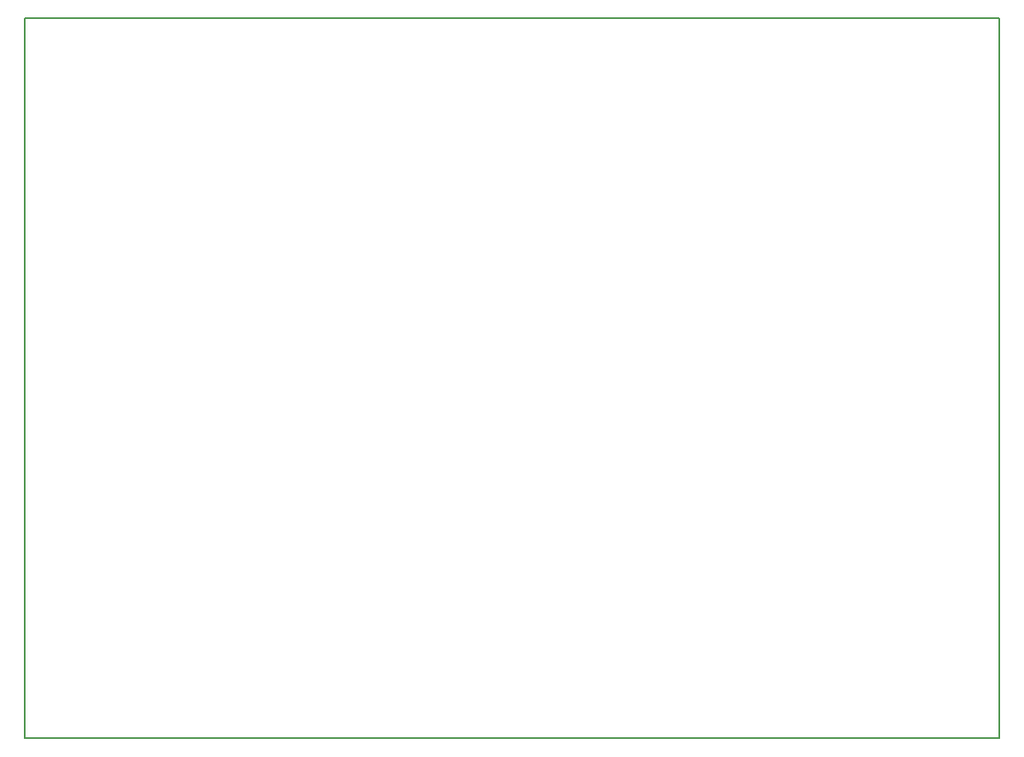
<source format=gbr>
G04 #@! TF.GenerationSoftware,KiCad,Pcbnew,5.1.0*
G04 #@! TF.CreationDate,2019-04-02T23:30:48-05:00*
G04 #@! TF.ProjectId,Cluster,436c7573-7465-4722-9e6b-696361645f70,rev?*
G04 #@! TF.SameCoordinates,Original*
G04 #@! TF.FileFunction,Profile,NP*
%FSLAX46Y46*%
G04 Gerber Fmt 4.6, Leading zero omitted, Abs format (unit mm)*
G04 Created by KiCad (PCBNEW 5.1.0) date 2019-04-02 23:30:48*
%MOMM*%
%LPD*%
G04 APERTURE LIST*
%ADD10C,0.150000*%
G04 APERTURE END LIST*
D10*
X144000000Y-141500000D02*
X144000000Y-137500000D01*
X144000000Y-73500000D02*
X144000000Y-67500000D01*
X144000000Y-67500000D02*
X244000000Y-67500000D01*
X144000000Y-137500000D02*
X144000000Y-73500000D01*
X244000000Y-141500000D02*
X144000000Y-141500000D01*
X244000000Y-67500000D02*
X244000000Y-141500000D01*
M02*

</source>
